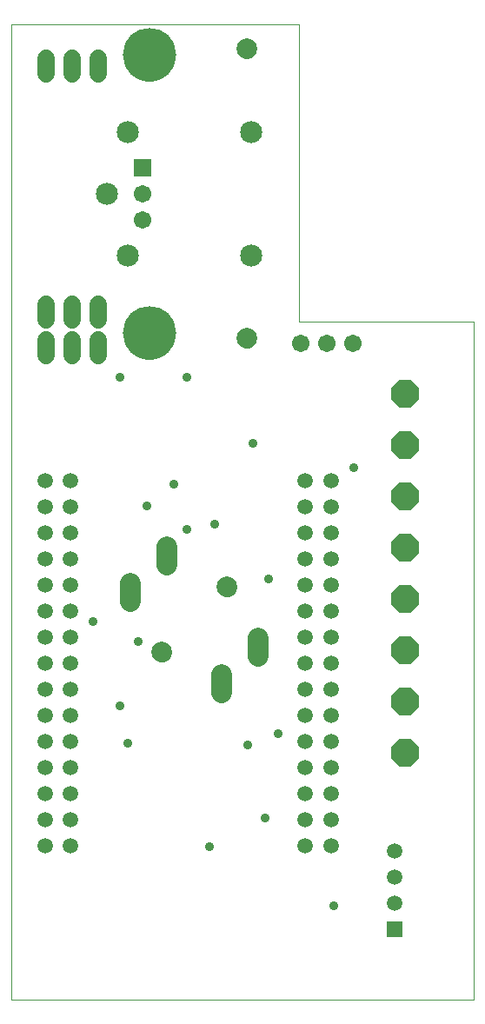
<source format=gbs>
G75*
%MOIN*%
%OFA0B0*%
%FSLAX25Y25*%
%IPPOS*%
%LPD*%
%AMOC8*
5,1,8,0,0,1.08239X$1,22.5*
%
%ADD10C,0.00000*%
%ADD11C,0.20485*%
%ADD12C,0.05950*%
%ADD13C,0.07887*%
%ADD14R,0.06737X0.06737*%
%ADD15C,0.06737*%
%ADD16C,0.08477*%
%ADD17OC8,0.10800*%
%ADD18R,0.05950X0.05950*%
%ADD19C,0.06800*%
%ADD20C,0.07850*%
%ADD21C,0.07900*%
%ADD22C,0.03600*%
D10*
X0001406Y0008882D02*
X0001406Y0382898D01*
X0111643Y0382898D01*
X0111643Y0268725D01*
X0178572Y0268725D01*
X0178572Y0008882D01*
X0001406Y0008882D01*
X0055435Y0142051D02*
X0055437Y0142170D01*
X0055443Y0142288D01*
X0055453Y0142406D01*
X0055467Y0142524D01*
X0055484Y0142641D01*
X0055506Y0142758D01*
X0055532Y0142874D01*
X0055561Y0142989D01*
X0055594Y0143103D01*
X0055631Y0143215D01*
X0055672Y0143327D01*
X0055717Y0143437D01*
X0055765Y0143545D01*
X0055817Y0143652D01*
X0055872Y0143757D01*
X0055931Y0143860D01*
X0055993Y0143961D01*
X0056058Y0144060D01*
X0056127Y0144157D01*
X0056199Y0144251D01*
X0056274Y0144343D01*
X0056352Y0144432D01*
X0056433Y0144519D01*
X0056517Y0144603D01*
X0056604Y0144684D01*
X0056693Y0144762D01*
X0056785Y0144837D01*
X0056879Y0144909D01*
X0056976Y0144978D01*
X0057075Y0145043D01*
X0057176Y0145105D01*
X0057279Y0145164D01*
X0057384Y0145219D01*
X0057491Y0145271D01*
X0057599Y0145319D01*
X0057709Y0145364D01*
X0057821Y0145405D01*
X0057933Y0145442D01*
X0058047Y0145475D01*
X0058162Y0145504D01*
X0058278Y0145530D01*
X0058395Y0145552D01*
X0058512Y0145569D01*
X0058630Y0145583D01*
X0058748Y0145593D01*
X0058866Y0145599D01*
X0058985Y0145601D01*
X0059104Y0145599D01*
X0059222Y0145593D01*
X0059340Y0145583D01*
X0059458Y0145569D01*
X0059575Y0145552D01*
X0059692Y0145530D01*
X0059808Y0145504D01*
X0059923Y0145475D01*
X0060037Y0145442D01*
X0060149Y0145405D01*
X0060261Y0145364D01*
X0060371Y0145319D01*
X0060479Y0145271D01*
X0060586Y0145219D01*
X0060691Y0145164D01*
X0060794Y0145105D01*
X0060895Y0145043D01*
X0060994Y0144978D01*
X0061091Y0144909D01*
X0061185Y0144837D01*
X0061277Y0144762D01*
X0061366Y0144684D01*
X0061453Y0144603D01*
X0061537Y0144519D01*
X0061618Y0144432D01*
X0061696Y0144343D01*
X0061771Y0144251D01*
X0061843Y0144157D01*
X0061912Y0144060D01*
X0061977Y0143961D01*
X0062039Y0143860D01*
X0062098Y0143757D01*
X0062153Y0143652D01*
X0062205Y0143545D01*
X0062253Y0143437D01*
X0062298Y0143327D01*
X0062339Y0143215D01*
X0062376Y0143103D01*
X0062409Y0142989D01*
X0062438Y0142874D01*
X0062464Y0142758D01*
X0062486Y0142641D01*
X0062503Y0142524D01*
X0062517Y0142406D01*
X0062527Y0142288D01*
X0062533Y0142170D01*
X0062535Y0142051D01*
X0062533Y0141932D01*
X0062527Y0141814D01*
X0062517Y0141696D01*
X0062503Y0141578D01*
X0062486Y0141461D01*
X0062464Y0141344D01*
X0062438Y0141228D01*
X0062409Y0141113D01*
X0062376Y0140999D01*
X0062339Y0140887D01*
X0062298Y0140775D01*
X0062253Y0140665D01*
X0062205Y0140557D01*
X0062153Y0140450D01*
X0062098Y0140345D01*
X0062039Y0140242D01*
X0061977Y0140141D01*
X0061912Y0140042D01*
X0061843Y0139945D01*
X0061771Y0139851D01*
X0061696Y0139759D01*
X0061618Y0139670D01*
X0061537Y0139583D01*
X0061453Y0139499D01*
X0061366Y0139418D01*
X0061277Y0139340D01*
X0061185Y0139265D01*
X0061091Y0139193D01*
X0060994Y0139124D01*
X0060895Y0139059D01*
X0060794Y0138997D01*
X0060691Y0138938D01*
X0060586Y0138883D01*
X0060479Y0138831D01*
X0060371Y0138783D01*
X0060261Y0138738D01*
X0060149Y0138697D01*
X0060037Y0138660D01*
X0059923Y0138627D01*
X0059808Y0138598D01*
X0059692Y0138572D01*
X0059575Y0138550D01*
X0059458Y0138533D01*
X0059340Y0138519D01*
X0059222Y0138509D01*
X0059104Y0138503D01*
X0058985Y0138501D01*
X0058866Y0138503D01*
X0058748Y0138509D01*
X0058630Y0138519D01*
X0058512Y0138533D01*
X0058395Y0138550D01*
X0058278Y0138572D01*
X0058162Y0138598D01*
X0058047Y0138627D01*
X0057933Y0138660D01*
X0057821Y0138697D01*
X0057709Y0138738D01*
X0057599Y0138783D01*
X0057491Y0138831D01*
X0057384Y0138883D01*
X0057279Y0138938D01*
X0057176Y0138997D01*
X0057075Y0139059D01*
X0056976Y0139124D01*
X0056879Y0139193D01*
X0056785Y0139265D01*
X0056693Y0139340D01*
X0056604Y0139418D01*
X0056517Y0139499D01*
X0056433Y0139583D01*
X0056352Y0139670D01*
X0056274Y0139759D01*
X0056199Y0139851D01*
X0056127Y0139945D01*
X0056058Y0140042D01*
X0055993Y0140141D01*
X0055931Y0140242D01*
X0055872Y0140345D01*
X0055817Y0140450D01*
X0055765Y0140557D01*
X0055717Y0140665D01*
X0055672Y0140775D01*
X0055631Y0140887D01*
X0055594Y0140999D01*
X0055561Y0141113D01*
X0055532Y0141228D01*
X0055506Y0141344D01*
X0055484Y0141461D01*
X0055467Y0141578D01*
X0055453Y0141696D01*
X0055443Y0141814D01*
X0055437Y0141932D01*
X0055435Y0142051D01*
X0080435Y0167051D02*
X0080437Y0167170D01*
X0080443Y0167288D01*
X0080453Y0167406D01*
X0080467Y0167524D01*
X0080484Y0167641D01*
X0080506Y0167758D01*
X0080532Y0167874D01*
X0080561Y0167989D01*
X0080594Y0168103D01*
X0080631Y0168215D01*
X0080672Y0168327D01*
X0080717Y0168437D01*
X0080765Y0168545D01*
X0080817Y0168652D01*
X0080872Y0168757D01*
X0080931Y0168860D01*
X0080993Y0168961D01*
X0081058Y0169060D01*
X0081127Y0169157D01*
X0081199Y0169251D01*
X0081274Y0169343D01*
X0081352Y0169432D01*
X0081433Y0169519D01*
X0081517Y0169603D01*
X0081604Y0169684D01*
X0081693Y0169762D01*
X0081785Y0169837D01*
X0081879Y0169909D01*
X0081976Y0169978D01*
X0082075Y0170043D01*
X0082176Y0170105D01*
X0082279Y0170164D01*
X0082384Y0170219D01*
X0082491Y0170271D01*
X0082599Y0170319D01*
X0082709Y0170364D01*
X0082821Y0170405D01*
X0082933Y0170442D01*
X0083047Y0170475D01*
X0083162Y0170504D01*
X0083278Y0170530D01*
X0083395Y0170552D01*
X0083512Y0170569D01*
X0083630Y0170583D01*
X0083748Y0170593D01*
X0083866Y0170599D01*
X0083985Y0170601D01*
X0084104Y0170599D01*
X0084222Y0170593D01*
X0084340Y0170583D01*
X0084458Y0170569D01*
X0084575Y0170552D01*
X0084692Y0170530D01*
X0084808Y0170504D01*
X0084923Y0170475D01*
X0085037Y0170442D01*
X0085149Y0170405D01*
X0085261Y0170364D01*
X0085371Y0170319D01*
X0085479Y0170271D01*
X0085586Y0170219D01*
X0085691Y0170164D01*
X0085794Y0170105D01*
X0085895Y0170043D01*
X0085994Y0169978D01*
X0086091Y0169909D01*
X0086185Y0169837D01*
X0086277Y0169762D01*
X0086366Y0169684D01*
X0086453Y0169603D01*
X0086537Y0169519D01*
X0086618Y0169432D01*
X0086696Y0169343D01*
X0086771Y0169251D01*
X0086843Y0169157D01*
X0086912Y0169060D01*
X0086977Y0168961D01*
X0087039Y0168860D01*
X0087098Y0168757D01*
X0087153Y0168652D01*
X0087205Y0168545D01*
X0087253Y0168437D01*
X0087298Y0168327D01*
X0087339Y0168215D01*
X0087376Y0168103D01*
X0087409Y0167989D01*
X0087438Y0167874D01*
X0087464Y0167758D01*
X0087486Y0167641D01*
X0087503Y0167524D01*
X0087517Y0167406D01*
X0087527Y0167288D01*
X0087533Y0167170D01*
X0087535Y0167051D01*
X0087533Y0166932D01*
X0087527Y0166814D01*
X0087517Y0166696D01*
X0087503Y0166578D01*
X0087486Y0166461D01*
X0087464Y0166344D01*
X0087438Y0166228D01*
X0087409Y0166113D01*
X0087376Y0165999D01*
X0087339Y0165887D01*
X0087298Y0165775D01*
X0087253Y0165665D01*
X0087205Y0165557D01*
X0087153Y0165450D01*
X0087098Y0165345D01*
X0087039Y0165242D01*
X0086977Y0165141D01*
X0086912Y0165042D01*
X0086843Y0164945D01*
X0086771Y0164851D01*
X0086696Y0164759D01*
X0086618Y0164670D01*
X0086537Y0164583D01*
X0086453Y0164499D01*
X0086366Y0164418D01*
X0086277Y0164340D01*
X0086185Y0164265D01*
X0086091Y0164193D01*
X0085994Y0164124D01*
X0085895Y0164059D01*
X0085794Y0163997D01*
X0085691Y0163938D01*
X0085586Y0163883D01*
X0085479Y0163831D01*
X0085371Y0163783D01*
X0085261Y0163738D01*
X0085149Y0163697D01*
X0085037Y0163660D01*
X0084923Y0163627D01*
X0084808Y0163598D01*
X0084692Y0163572D01*
X0084575Y0163550D01*
X0084458Y0163533D01*
X0084340Y0163519D01*
X0084222Y0163509D01*
X0084104Y0163503D01*
X0083985Y0163501D01*
X0083866Y0163503D01*
X0083748Y0163509D01*
X0083630Y0163519D01*
X0083512Y0163533D01*
X0083395Y0163550D01*
X0083278Y0163572D01*
X0083162Y0163598D01*
X0083047Y0163627D01*
X0082933Y0163660D01*
X0082821Y0163697D01*
X0082709Y0163738D01*
X0082599Y0163783D01*
X0082491Y0163831D01*
X0082384Y0163883D01*
X0082279Y0163938D01*
X0082176Y0163997D01*
X0082075Y0164059D01*
X0081976Y0164124D01*
X0081879Y0164193D01*
X0081785Y0164265D01*
X0081693Y0164340D01*
X0081604Y0164418D01*
X0081517Y0164499D01*
X0081433Y0164583D01*
X0081352Y0164670D01*
X0081274Y0164759D01*
X0081199Y0164851D01*
X0081127Y0164945D01*
X0081058Y0165042D01*
X0080993Y0165141D01*
X0080931Y0165242D01*
X0080872Y0165345D01*
X0080817Y0165450D01*
X0080765Y0165557D01*
X0080717Y0165665D01*
X0080672Y0165775D01*
X0080631Y0165887D01*
X0080594Y0165999D01*
X0080561Y0166113D01*
X0080532Y0166228D01*
X0080506Y0166344D01*
X0080484Y0166461D01*
X0080467Y0166578D01*
X0080453Y0166696D01*
X0080443Y0166814D01*
X0080437Y0166932D01*
X0080435Y0167051D01*
X0088021Y0262425D02*
X0088023Y0262543D01*
X0088029Y0262662D01*
X0088039Y0262780D01*
X0088053Y0262897D01*
X0088070Y0263014D01*
X0088092Y0263131D01*
X0088118Y0263246D01*
X0088147Y0263361D01*
X0088180Y0263475D01*
X0088217Y0263587D01*
X0088258Y0263698D01*
X0088302Y0263808D01*
X0088350Y0263916D01*
X0088402Y0264023D01*
X0088457Y0264128D01*
X0088516Y0264231D01*
X0088578Y0264331D01*
X0088643Y0264430D01*
X0088712Y0264527D01*
X0088783Y0264621D01*
X0088858Y0264712D01*
X0088936Y0264802D01*
X0089017Y0264888D01*
X0089101Y0264972D01*
X0089187Y0265053D01*
X0089277Y0265131D01*
X0089368Y0265206D01*
X0089462Y0265277D01*
X0089559Y0265346D01*
X0089658Y0265411D01*
X0089758Y0265473D01*
X0089861Y0265532D01*
X0089966Y0265587D01*
X0090073Y0265639D01*
X0090181Y0265687D01*
X0090291Y0265731D01*
X0090402Y0265772D01*
X0090514Y0265809D01*
X0090628Y0265842D01*
X0090743Y0265871D01*
X0090858Y0265897D01*
X0090975Y0265919D01*
X0091092Y0265936D01*
X0091209Y0265950D01*
X0091327Y0265960D01*
X0091446Y0265966D01*
X0091564Y0265968D01*
X0091682Y0265966D01*
X0091801Y0265960D01*
X0091919Y0265950D01*
X0092036Y0265936D01*
X0092153Y0265919D01*
X0092270Y0265897D01*
X0092385Y0265871D01*
X0092500Y0265842D01*
X0092614Y0265809D01*
X0092726Y0265772D01*
X0092837Y0265731D01*
X0092947Y0265687D01*
X0093055Y0265639D01*
X0093162Y0265587D01*
X0093267Y0265532D01*
X0093370Y0265473D01*
X0093470Y0265411D01*
X0093569Y0265346D01*
X0093666Y0265277D01*
X0093760Y0265206D01*
X0093851Y0265131D01*
X0093941Y0265053D01*
X0094027Y0264972D01*
X0094111Y0264888D01*
X0094192Y0264802D01*
X0094270Y0264712D01*
X0094345Y0264621D01*
X0094416Y0264527D01*
X0094485Y0264430D01*
X0094550Y0264331D01*
X0094612Y0264231D01*
X0094671Y0264128D01*
X0094726Y0264023D01*
X0094778Y0263916D01*
X0094826Y0263808D01*
X0094870Y0263698D01*
X0094911Y0263587D01*
X0094948Y0263475D01*
X0094981Y0263361D01*
X0095010Y0263246D01*
X0095036Y0263131D01*
X0095058Y0263014D01*
X0095075Y0262897D01*
X0095089Y0262780D01*
X0095099Y0262662D01*
X0095105Y0262543D01*
X0095107Y0262425D01*
X0095105Y0262307D01*
X0095099Y0262188D01*
X0095089Y0262070D01*
X0095075Y0261953D01*
X0095058Y0261836D01*
X0095036Y0261719D01*
X0095010Y0261604D01*
X0094981Y0261489D01*
X0094948Y0261375D01*
X0094911Y0261263D01*
X0094870Y0261152D01*
X0094826Y0261042D01*
X0094778Y0260934D01*
X0094726Y0260827D01*
X0094671Y0260722D01*
X0094612Y0260619D01*
X0094550Y0260519D01*
X0094485Y0260420D01*
X0094416Y0260323D01*
X0094345Y0260229D01*
X0094270Y0260138D01*
X0094192Y0260048D01*
X0094111Y0259962D01*
X0094027Y0259878D01*
X0093941Y0259797D01*
X0093851Y0259719D01*
X0093760Y0259644D01*
X0093666Y0259573D01*
X0093569Y0259504D01*
X0093470Y0259439D01*
X0093370Y0259377D01*
X0093267Y0259318D01*
X0093162Y0259263D01*
X0093055Y0259211D01*
X0092947Y0259163D01*
X0092837Y0259119D01*
X0092726Y0259078D01*
X0092614Y0259041D01*
X0092500Y0259008D01*
X0092385Y0258979D01*
X0092270Y0258953D01*
X0092153Y0258931D01*
X0092036Y0258914D01*
X0091919Y0258900D01*
X0091801Y0258890D01*
X0091682Y0258884D01*
X0091564Y0258882D01*
X0091446Y0258884D01*
X0091327Y0258890D01*
X0091209Y0258900D01*
X0091092Y0258914D01*
X0090975Y0258931D01*
X0090858Y0258953D01*
X0090743Y0258979D01*
X0090628Y0259008D01*
X0090514Y0259041D01*
X0090402Y0259078D01*
X0090291Y0259119D01*
X0090181Y0259163D01*
X0090073Y0259211D01*
X0089966Y0259263D01*
X0089861Y0259318D01*
X0089758Y0259377D01*
X0089658Y0259439D01*
X0089559Y0259504D01*
X0089462Y0259573D01*
X0089368Y0259644D01*
X0089277Y0259719D01*
X0089187Y0259797D01*
X0089101Y0259878D01*
X0089017Y0259962D01*
X0088936Y0260048D01*
X0088858Y0260138D01*
X0088783Y0260229D01*
X0088712Y0260323D01*
X0088643Y0260420D01*
X0088578Y0260519D01*
X0088516Y0260619D01*
X0088457Y0260722D01*
X0088402Y0260827D01*
X0088350Y0260934D01*
X0088302Y0261042D01*
X0088258Y0261152D01*
X0088217Y0261263D01*
X0088180Y0261375D01*
X0088147Y0261489D01*
X0088118Y0261604D01*
X0088092Y0261719D01*
X0088070Y0261836D01*
X0088053Y0261953D01*
X0088039Y0262070D01*
X0088029Y0262188D01*
X0088023Y0262307D01*
X0088021Y0262425D01*
X0044319Y0264394D02*
X0044322Y0264636D01*
X0044331Y0264877D01*
X0044346Y0265118D01*
X0044366Y0265359D01*
X0044393Y0265599D01*
X0044426Y0265838D01*
X0044464Y0266077D01*
X0044508Y0266314D01*
X0044558Y0266551D01*
X0044614Y0266786D01*
X0044676Y0267019D01*
X0044743Y0267251D01*
X0044816Y0267482D01*
X0044894Y0267710D01*
X0044979Y0267936D01*
X0045068Y0268161D01*
X0045163Y0268383D01*
X0045264Y0268602D01*
X0045370Y0268820D01*
X0045481Y0269034D01*
X0045598Y0269246D01*
X0045719Y0269454D01*
X0045846Y0269660D01*
X0045978Y0269862D01*
X0046115Y0270062D01*
X0046256Y0270257D01*
X0046402Y0270450D01*
X0046553Y0270638D01*
X0046709Y0270823D01*
X0046869Y0271004D01*
X0047033Y0271181D01*
X0047202Y0271354D01*
X0047375Y0271523D01*
X0047552Y0271687D01*
X0047733Y0271847D01*
X0047918Y0272003D01*
X0048106Y0272154D01*
X0048299Y0272300D01*
X0048494Y0272441D01*
X0048694Y0272578D01*
X0048896Y0272710D01*
X0049102Y0272837D01*
X0049310Y0272958D01*
X0049522Y0273075D01*
X0049736Y0273186D01*
X0049954Y0273292D01*
X0050173Y0273393D01*
X0050395Y0273488D01*
X0050620Y0273577D01*
X0050846Y0273662D01*
X0051074Y0273740D01*
X0051305Y0273813D01*
X0051537Y0273880D01*
X0051770Y0273942D01*
X0052005Y0273998D01*
X0052242Y0274048D01*
X0052479Y0274092D01*
X0052718Y0274130D01*
X0052957Y0274163D01*
X0053197Y0274190D01*
X0053438Y0274210D01*
X0053679Y0274225D01*
X0053920Y0274234D01*
X0054162Y0274237D01*
X0054404Y0274234D01*
X0054645Y0274225D01*
X0054886Y0274210D01*
X0055127Y0274190D01*
X0055367Y0274163D01*
X0055606Y0274130D01*
X0055845Y0274092D01*
X0056082Y0274048D01*
X0056319Y0273998D01*
X0056554Y0273942D01*
X0056787Y0273880D01*
X0057019Y0273813D01*
X0057250Y0273740D01*
X0057478Y0273662D01*
X0057704Y0273577D01*
X0057929Y0273488D01*
X0058151Y0273393D01*
X0058370Y0273292D01*
X0058588Y0273186D01*
X0058802Y0273075D01*
X0059014Y0272958D01*
X0059222Y0272837D01*
X0059428Y0272710D01*
X0059630Y0272578D01*
X0059830Y0272441D01*
X0060025Y0272300D01*
X0060218Y0272154D01*
X0060406Y0272003D01*
X0060591Y0271847D01*
X0060772Y0271687D01*
X0060949Y0271523D01*
X0061122Y0271354D01*
X0061291Y0271181D01*
X0061455Y0271004D01*
X0061615Y0270823D01*
X0061771Y0270638D01*
X0061922Y0270450D01*
X0062068Y0270257D01*
X0062209Y0270062D01*
X0062346Y0269862D01*
X0062478Y0269660D01*
X0062605Y0269454D01*
X0062726Y0269246D01*
X0062843Y0269034D01*
X0062954Y0268820D01*
X0063060Y0268602D01*
X0063161Y0268383D01*
X0063256Y0268161D01*
X0063345Y0267936D01*
X0063430Y0267710D01*
X0063508Y0267482D01*
X0063581Y0267251D01*
X0063648Y0267019D01*
X0063710Y0266786D01*
X0063766Y0266551D01*
X0063816Y0266314D01*
X0063860Y0266077D01*
X0063898Y0265838D01*
X0063931Y0265599D01*
X0063958Y0265359D01*
X0063978Y0265118D01*
X0063993Y0264877D01*
X0064002Y0264636D01*
X0064005Y0264394D01*
X0064002Y0264152D01*
X0063993Y0263911D01*
X0063978Y0263670D01*
X0063958Y0263429D01*
X0063931Y0263189D01*
X0063898Y0262950D01*
X0063860Y0262711D01*
X0063816Y0262474D01*
X0063766Y0262237D01*
X0063710Y0262002D01*
X0063648Y0261769D01*
X0063581Y0261537D01*
X0063508Y0261306D01*
X0063430Y0261078D01*
X0063345Y0260852D01*
X0063256Y0260627D01*
X0063161Y0260405D01*
X0063060Y0260186D01*
X0062954Y0259968D01*
X0062843Y0259754D01*
X0062726Y0259542D01*
X0062605Y0259334D01*
X0062478Y0259128D01*
X0062346Y0258926D01*
X0062209Y0258726D01*
X0062068Y0258531D01*
X0061922Y0258338D01*
X0061771Y0258150D01*
X0061615Y0257965D01*
X0061455Y0257784D01*
X0061291Y0257607D01*
X0061122Y0257434D01*
X0060949Y0257265D01*
X0060772Y0257101D01*
X0060591Y0256941D01*
X0060406Y0256785D01*
X0060218Y0256634D01*
X0060025Y0256488D01*
X0059830Y0256347D01*
X0059630Y0256210D01*
X0059428Y0256078D01*
X0059222Y0255951D01*
X0059014Y0255830D01*
X0058802Y0255713D01*
X0058588Y0255602D01*
X0058370Y0255496D01*
X0058151Y0255395D01*
X0057929Y0255300D01*
X0057704Y0255211D01*
X0057478Y0255126D01*
X0057250Y0255048D01*
X0057019Y0254975D01*
X0056787Y0254908D01*
X0056554Y0254846D01*
X0056319Y0254790D01*
X0056082Y0254740D01*
X0055845Y0254696D01*
X0055606Y0254658D01*
X0055367Y0254625D01*
X0055127Y0254598D01*
X0054886Y0254578D01*
X0054645Y0254563D01*
X0054404Y0254554D01*
X0054162Y0254551D01*
X0053920Y0254554D01*
X0053679Y0254563D01*
X0053438Y0254578D01*
X0053197Y0254598D01*
X0052957Y0254625D01*
X0052718Y0254658D01*
X0052479Y0254696D01*
X0052242Y0254740D01*
X0052005Y0254790D01*
X0051770Y0254846D01*
X0051537Y0254908D01*
X0051305Y0254975D01*
X0051074Y0255048D01*
X0050846Y0255126D01*
X0050620Y0255211D01*
X0050395Y0255300D01*
X0050173Y0255395D01*
X0049954Y0255496D01*
X0049736Y0255602D01*
X0049522Y0255713D01*
X0049310Y0255830D01*
X0049102Y0255951D01*
X0048896Y0256078D01*
X0048694Y0256210D01*
X0048494Y0256347D01*
X0048299Y0256488D01*
X0048106Y0256634D01*
X0047918Y0256785D01*
X0047733Y0256941D01*
X0047552Y0257101D01*
X0047375Y0257265D01*
X0047202Y0257434D01*
X0047033Y0257607D01*
X0046869Y0257784D01*
X0046709Y0257965D01*
X0046553Y0258150D01*
X0046402Y0258338D01*
X0046256Y0258531D01*
X0046115Y0258726D01*
X0045978Y0258926D01*
X0045846Y0259128D01*
X0045719Y0259334D01*
X0045598Y0259542D01*
X0045481Y0259754D01*
X0045370Y0259968D01*
X0045264Y0260186D01*
X0045163Y0260405D01*
X0045068Y0260627D01*
X0044979Y0260852D01*
X0044894Y0261078D01*
X0044816Y0261306D01*
X0044743Y0261537D01*
X0044676Y0261769D01*
X0044614Y0262002D01*
X0044558Y0262237D01*
X0044508Y0262474D01*
X0044464Y0262711D01*
X0044426Y0262950D01*
X0044393Y0263189D01*
X0044366Y0263429D01*
X0044346Y0263670D01*
X0044331Y0263911D01*
X0044322Y0264152D01*
X0044319Y0264394D01*
X0044319Y0371087D02*
X0044322Y0371329D01*
X0044331Y0371570D01*
X0044346Y0371811D01*
X0044366Y0372052D01*
X0044393Y0372292D01*
X0044426Y0372531D01*
X0044464Y0372770D01*
X0044508Y0373007D01*
X0044558Y0373244D01*
X0044614Y0373479D01*
X0044676Y0373712D01*
X0044743Y0373944D01*
X0044816Y0374175D01*
X0044894Y0374403D01*
X0044979Y0374629D01*
X0045068Y0374854D01*
X0045163Y0375076D01*
X0045264Y0375295D01*
X0045370Y0375513D01*
X0045481Y0375727D01*
X0045598Y0375939D01*
X0045719Y0376147D01*
X0045846Y0376353D01*
X0045978Y0376555D01*
X0046115Y0376755D01*
X0046256Y0376950D01*
X0046402Y0377143D01*
X0046553Y0377331D01*
X0046709Y0377516D01*
X0046869Y0377697D01*
X0047033Y0377874D01*
X0047202Y0378047D01*
X0047375Y0378216D01*
X0047552Y0378380D01*
X0047733Y0378540D01*
X0047918Y0378696D01*
X0048106Y0378847D01*
X0048299Y0378993D01*
X0048494Y0379134D01*
X0048694Y0379271D01*
X0048896Y0379403D01*
X0049102Y0379530D01*
X0049310Y0379651D01*
X0049522Y0379768D01*
X0049736Y0379879D01*
X0049954Y0379985D01*
X0050173Y0380086D01*
X0050395Y0380181D01*
X0050620Y0380270D01*
X0050846Y0380355D01*
X0051074Y0380433D01*
X0051305Y0380506D01*
X0051537Y0380573D01*
X0051770Y0380635D01*
X0052005Y0380691D01*
X0052242Y0380741D01*
X0052479Y0380785D01*
X0052718Y0380823D01*
X0052957Y0380856D01*
X0053197Y0380883D01*
X0053438Y0380903D01*
X0053679Y0380918D01*
X0053920Y0380927D01*
X0054162Y0380930D01*
X0054404Y0380927D01*
X0054645Y0380918D01*
X0054886Y0380903D01*
X0055127Y0380883D01*
X0055367Y0380856D01*
X0055606Y0380823D01*
X0055845Y0380785D01*
X0056082Y0380741D01*
X0056319Y0380691D01*
X0056554Y0380635D01*
X0056787Y0380573D01*
X0057019Y0380506D01*
X0057250Y0380433D01*
X0057478Y0380355D01*
X0057704Y0380270D01*
X0057929Y0380181D01*
X0058151Y0380086D01*
X0058370Y0379985D01*
X0058588Y0379879D01*
X0058802Y0379768D01*
X0059014Y0379651D01*
X0059222Y0379530D01*
X0059428Y0379403D01*
X0059630Y0379271D01*
X0059830Y0379134D01*
X0060025Y0378993D01*
X0060218Y0378847D01*
X0060406Y0378696D01*
X0060591Y0378540D01*
X0060772Y0378380D01*
X0060949Y0378216D01*
X0061122Y0378047D01*
X0061291Y0377874D01*
X0061455Y0377697D01*
X0061615Y0377516D01*
X0061771Y0377331D01*
X0061922Y0377143D01*
X0062068Y0376950D01*
X0062209Y0376755D01*
X0062346Y0376555D01*
X0062478Y0376353D01*
X0062605Y0376147D01*
X0062726Y0375939D01*
X0062843Y0375727D01*
X0062954Y0375513D01*
X0063060Y0375295D01*
X0063161Y0375076D01*
X0063256Y0374854D01*
X0063345Y0374629D01*
X0063430Y0374403D01*
X0063508Y0374175D01*
X0063581Y0373944D01*
X0063648Y0373712D01*
X0063710Y0373479D01*
X0063766Y0373244D01*
X0063816Y0373007D01*
X0063860Y0372770D01*
X0063898Y0372531D01*
X0063931Y0372292D01*
X0063958Y0372052D01*
X0063978Y0371811D01*
X0063993Y0371570D01*
X0064002Y0371329D01*
X0064005Y0371087D01*
X0064002Y0370845D01*
X0063993Y0370604D01*
X0063978Y0370363D01*
X0063958Y0370122D01*
X0063931Y0369882D01*
X0063898Y0369643D01*
X0063860Y0369404D01*
X0063816Y0369167D01*
X0063766Y0368930D01*
X0063710Y0368695D01*
X0063648Y0368462D01*
X0063581Y0368230D01*
X0063508Y0367999D01*
X0063430Y0367771D01*
X0063345Y0367545D01*
X0063256Y0367320D01*
X0063161Y0367098D01*
X0063060Y0366879D01*
X0062954Y0366661D01*
X0062843Y0366447D01*
X0062726Y0366235D01*
X0062605Y0366027D01*
X0062478Y0365821D01*
X0062346Y0365619D01*
X0062209Y0365419D01*
X0062068Y0365224D01*
X0061922Y0365031D01*
X0061771Y0364843D01*
X0061615Y0364658D01*
X0061455Y0364477D01*
X0061291Y0364300D01*
X0061122Y0364127D01*
X0060949Y0363958D01*
X0060772Y0363794D01*
X0060591Y0363634D01*
X0060406Y0363478D01*
X0060218Y0363327D01*
X0060025Y0363181D01*
X0059830Y0363040D01*
X0059630Y0362903D01*
X0059428Y0362771D01*
X0059222Y0362644D01*
X0059014Y0362523D01*
X0058802Y0362406D01*
X0058588Y0362295D01*
X0058370Y0362189D01*
X0058151Y0362088D01*
X0057929Y0361993D01*
X0057704Y0361904D01*
X0057478Y0361819D01*
X0057250Y0361741D01*
X0057019Y0361668D01*
X0056787Y0361601D01*
X0056554Y0361539D01*
X0056319Y0361483D01*
X0056082Y0361433D01*
X0055845Y0361389D01*
X0055606Y0361351D01*
X0055367Y0361318D01*
X0055127Y0361291D01*
X0054886Y0361271D01*
X0054645Y0361256D01*
X0054404Y0361247D01*
X0054162Y0361244D01*
X0053920Y0361247D01*
X0053679Y0361256D01*
X0053438Y0361271D01*
X0053197Y0361291D01*
X0052957Y0361318D01*
X0052718Y0361351D01*
X0052479Y0361389D01*
X0052242Y0361433D01*
X0052005Y0361483D01*
X0051770Y0361539D01*
X0051537Y0361601D01*
X0051305Y0361668D01*
X0051074Y0361741D01*
X0050846Y0361819D01*
X0050620Y0361904D01*
X0050395Y0361993D01*
X0050173Y0362088D01*
X0049954Y0362189D01*
X0049736Y0362295D01*
X0049522Y0362406D01*
X0049310Y0362523D01*
X0049102Y0362644D01*
X0048896Y0362771D01*
X0048694Y0362903D01*
X0048494Y0363040D01*
X0048299Y0363181D01*
X0048106Y0363327D01*
X0047918Y0363478D01*
X0047733Y0363634D01*
X0047552Y0363794D01*
X0047375Y0363958D01*
X0047202Y0364127D01*
X0047033Y0364300D01*
X0046869Y0364477D01*
X0046709Y0364658D01*
X0046553Y0364843D01*
X0046402Y0365031D01*
X0046256Y0365224D01*
X0046115Y0365419D01*
X0045978Y0365619D01*
X0045846Y0365821D01*
X0045719Y0366027D01*
X0045598Y0366235D01*
X0045481Y0366447D01*
X0045370Y0366661D01*
X0045264Y0366879D01*
X0045163Y0367098D01*
X0045068Y0367320D01*
X0044979Y0367545D01*
X0044894Y0367771D01*
X0044816Y0367999D01*
X0044743Y0368230D01*
X0044676Y0368462D01*
X0044614Y0368695D01*
X0044558Y0368930D01*
X0044508Y0369167D01*
X0044464Y0369404D01*
X0044426Y0369643D01*
X0044393Y0369882D01*
X0044366Y0370122D01*
X0044346Y0370363D01*
X0044331Y0370604D01*
X0044322Y0370845D01*
X0044319Y0371087D01*
X0088021Y0373449D02*
X0088023Y0373567D01*
X0088029Y0373686D01*
X0088039Y0373804D01*
X0088053Y0373921D01*
X0088070Y0374038D01*
X0088092Y0374155D01*
X0088118Y0374270D01*
X0088147Y0374385D01*
X0088180Y0374499D01*
X0088217Y0374611D01*
X0088258Y0374722D01*
X0088302Y0374832D01*
X0088350Y0374940D01*
X0088402Y0375047D01*
X0088457Y0375152D01*
X0088516Y0375255D01*
X0088578Y0375355D01*
X0088643Y0375454D01*
X0088712Y0375551D01*
X0088783Y0375645D01*
X0088858Y0375736D01*
X0088936Y0375826D01*
X0089017Y0375912D01*
X0089101Y0375996D01*
X0089187Y0376077D01*
X0089277Y0376155D01*
X0089368Y0376230D01*
X0089462Y0376301D01*
X0089559Y0376370D01*
X0089658Y0376435D01*
X0089758Y0376497D01*
X0089861Y0376556D01*
X0089966Y0376611D01*
X0090073Y0376663D01*
X0090181Y0376711D01*
X0090291Y0376755D01*
X0090402Y0376796D01*
X0090514Y0376833D01*
X0090628Y0376866D01*
X0090743Y0376895D01*
X0090858Y0376921D01*
X0090975Y0376943D01*
X0091092Y0376960D01*
X0091209Y0376974D01*
X0091327Y0376984D01*
X0091446Y0376990D01*
X0091564Y0376992D01*
X0091682Y0376990D01*
X0091801Y0376984D01*
X0091919Y0376974D01*
X0092036Y0376960D01*
X0092153Y0376943D01*
X0092270Y0376921D01*
X0092385Y0376895D01*
X0092500Y0376866D01*
X0092614Y0376833D01*
X0092726Y0376796D01*
X0092837Y0376755D01*
X0092947Y0376711D01*
X0093055Y0376663D01*
X0093162Y0376611D01*
X0093267Y0376556D01*
X0093370Y0376497D01*
X0093470Y0376435D01*
X0093569Y0376370D01*
X0093666Y0376301D01*
X0093760Y0376230D01*
X0093851Y0376155D01*
X0093941Y0376077D01*
X0094027Y0375996D01*
X0094111Y0375912D01*
X0094192Y0375826D01*
X0094270Y0375736D01*
X0094345Y0375645D01*
X0094416Y0375551D01*
X0094485Y0375454D01*
X0094550Y0375355D01*
X0094612Y0375255D01*
X0094671Y0375152D01*
X0094726Y0375047D01*
X0094778Y0374940D01*
X0094826Y0374832D01*
X0094870Y0374722D01*
X0094911Y0374611D01*
X0094948Y0374499D01*
X0094981Y0374385D01*
X0095010Y0374270D01*
X0095036Y0374155D01*
X0095058Y0374038D01*
X0095075Y0373921D01*
X0095089Y0373804D01*
X0095099Y0373686D01*
X0095105Y0373567D01*
X0095107Y0373449D01*
X0095105Y0373331D01*
X0095099Y0373212D01*
X0095089Y0373094D01*
X0095075Y0372977D01*
X0095058Y0372860D01*
X0095036Y0372743D01*
X0095010Y0372628D01*
X0094981Y0372513D01*
X0094948Y0372399D01*
X0094911Y0372287D01*
X0094870Y0372176D01*
X0094826Y0372066D01*
X0094778Y0371958D01*
X0094726Y0371851D01*
X0094671Y0371746D01*
X0094612Y0371643D01*
X0094550Y0371543D01*
X0094485Y0371444D01*
X0094416Y0371347D01*
X0094345Y0371253D01*
X0094270Y0371162D01*
X0094192Y0371072D01*
X0094111Y0370986D01*
X0094027Y0370902D01*
X0093941Y0370821D01*
X0093851Y0370743D01*
X0093760Y0370668D01*
X0093666Y0370597D01*
X0093569Y0370528D01*
X0093470Y0370463D01*
X0093370Y0370401D01*
X0093267Y0370342D01*
X0093162Y0370287D01*
X0093055Y0370235D01*
X0092947Y0370187D01*
X0092837Y0370143D01*
X0092726Y0370102D01*
X0092614Y0370065D01*
X0092500Y0370032D01*
X0092385Y0370003D01*
X0092270Y0369977D01*
X0092153Y0369955D01*
X0092036Y0369938D01*
X0091919Y0369924D01*
X0091801Y0369914D01*
X0091682Y0369908D01*
X0091564Y0369906D01*
X0091446Y0369908D01*
X0091327Y0369914D01*
X0091209Y0369924D01*
X0091092Y0369938D01*
X0090975Y0369955D01*
X0090858Y0369977D01*
X0090743Y0370003D01*
X0090628Y0370032D01*
X0090514Y0370065D01*
X0090402Y0370102D01*
X0090291Y0370143D01*
X0090181Y0370187D01*
X0090073Y0370235D01*
X0089966Y0370287D01*
X0089861Y0370342D01*
X0089758Y0370401D01*
X0089658Y0370463D01*
X0089559Y0370528D01*
X0089462Y0370597D01*
X0089368Y0370668D01*
X0089277Y0370743D01*
X0089187Y0370821D01*
X0089101Y0370902D01*
X0089017Y0370986D01*
X0088936Y0371072D01*
X0088858Y0371162D01*
X0088783Y0371253D01*
X0088712Y0371347D01*
X0088643Y0371444D01*
X0088578Y0371543D01*
X0088516Y0371643D01*
X0088457Y0371746D01*
X0088402Y0371851D01*
X0088350Y0371958D01*
X0088302Y0372066D01*
X0088258Y0372176D01*
X0088217Y0372287D01*
X0088180Y0372399D01*
X0088147Y0372513D01*
X0088118Y0372628D01*
X0088092Y0372743D01*
X0088070Y0372860D01*
X0088053Y0372977D01*
X0088039Y0373094D01*
X0088029Y0373212D01*
X0088023Y0373331D01*
X0088021Y0373449D01*
D11*
X0054162Y0371087D03*
X0054162Y0264394D03*
D12*
X0024123Y0208016D03*
X0024123Y0198016D03*
X0024123Y0188016D03*
X0024123Y0178016D03*
X0024123Y0168016D03*
X0024123Y0158016D03*
X0024123Y0148016D03*
X0024123Y0138016D03*
X0024123Y0128016D03*
X0024123Y0118016D03*
X0024123Y0108016D03*
X0024123Y0098016D03*
X0024123Y0088016D03*
X0024123Y0078016D03*
X0024123Y0068016D03*
X0014398Y0068016D03*
X0014398Y0078016D03*
X0014398Y0088016D03*
X0014398Y0098016D03*
X0014398Y0108016D03*
X0014398Y0118016D03*
X0014398Y0128016D03*
X0014398Y0138016D03*
X0014398Y0148016D03*
X0014398Y0158016D03*
X0014398Y0168016D03*
X0014398Y0178016D03*
X0014398Y0188016D03*
X0014398Y0198016D03*
X0014398Y0208016D03*
X0114123Y0208016D03*
X0114123Y0198016D03*
X0114123Y0188016D03*
X0114123Y0178016D03*
X0114123Y0168016D03*
X0114123Y0158016D03*
X0114123Y0148016D03*
X0114123Y0138016D03*
X0114123Y0128016D03*
X0114123Y0118016D03*
X0114123Y0108016D03*
X0114123Y0098016D03*
X0114123Y0088016D03*
X0114123Y0078016D03*
X0114123Y0068016D03*
X0123847Y0068016D03*
X0123847Y0078016D03*
X0123847Y0088016D03*
X0123847Y0098016D03*
X0123847Y0108016D03*
X0123847Y0118016D03*
X0123847Y0128016D03*
X0123847Y0138016D03*
X0123847Y0148016D03*
X0123847Y0158016D03*
X0123847Y0168016D03*
X0123847Y0178016D03*
X0123847Y0188016D03*
X0123847Y0198016D03*
X0123847Y0208016D03*
X0148257Y0066008D03*
X0148257Y0056008D03*
X0148257Y0046008D03*
D13*
X0091564Y0262425D03*
X0091564Y0373449D03*
D14*
X0051564Y0327937D03*
D15*
X0051564Y0317937D03*
X0051564Y0307937D03*
X0112154Y0260693D03*
X0122154Y0260693D03*
X0132154Y0260693D03*
D16*
X0093178Y0294236D03*
X0093178Y0341480D03*
X0045934Y0341480D03*
X0038060Y0317858D03*
X0045934Y0294236D03*
D17*
X0152194Y0241165D03*
X0152194Y0221480D03*
X0152194Y0201795D03*
X0152194Y0182110D03*
X0152194Y0162425D03*
X0152194Y0142740D03*
X0152194Y0123055D03*
X0152194Y0103370D03*
D18*
X0148257Y0036008D03*
D19*
X0034635Y0255882D02*
X0034635Y0261882D01*
X0034635Y0269662D02*
X0034635Y0275662D01*
X0024635Y0275662D02*
X0024635Y0269662D01*
X0024635Y0261882D02*
X0024635Y0255882D01*
X0014635Y0255882D02*
X0014635Y0261882D01*
X0014635Y0269662D02*
X0014635Y0275662D01*
X0014635Y0363756D02*
X0014635Y0369756D01*
X0024635Y0369756D02*
X0024635Y0363756D01*
X0034635Y0363756D02*
X0034635Y0369756D01*
D20*
X0061085Y0182476D02*
X0061085Y0175426D01*
X0047085Y0168476D02*
X0047085Y0161426D01*
X0081885Y0133676D02*
X0081885Y0126626D01*
X0095885Y0140626D02*
X0095885Y0147676D01*
D21*
X0083985Y0167051D03*
X0058985Y0142051D03*
D22*
X0049831Y0146284D03*
X0043139Y0121480D03*
X0045894Y0107307D03*
X0032509Y0153764D03*
X0053375Y0198252D03*
X0063611Y0206520D03*
X0068729Y0189197D03*
X0079359Y0191165D03*
X0093926Y0222268D03*
X0099831Y0170299D03*
X0103769Y0110850D03*
X0091957Y0106520D03*
X0098650Y0078567D03*
X0077391Y0067543D03*
X0125028Y0044709D03*
X0132509Y0212819D03*
X0068729Y0247465D03*
X0043139Y0247465D03*
M02*

</source>
